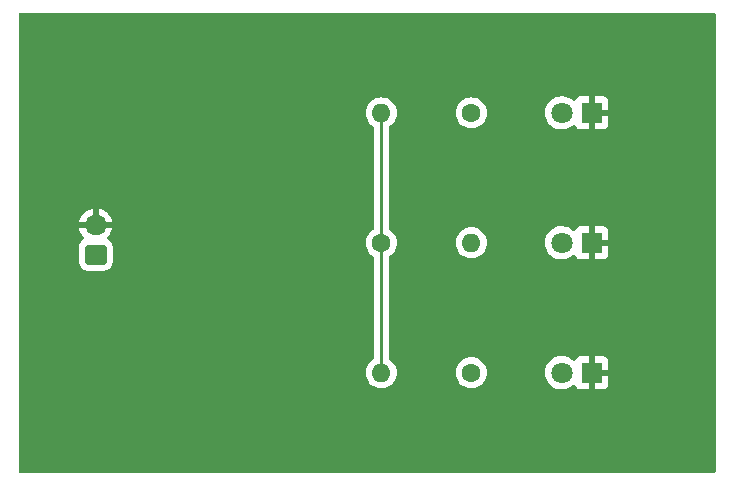
<source format=gbr>
%TF.GenerationSoftware,KiCad,Pcbnew,(6.0.7)*%
%TF.CreationDate,2022-08-16T13:57:52+09:00*%
%TF.ProjectId,kicad_demo,6b696361-645f-4646-956d-6f2e6b696361,rev?*%
%TF.SameCoordinates,Original*%
%TF.FileFunction,Copper,L2,Bot*%
%TF.FilePolarity,Positive*%
%FSLAX46Y46*%
G04 Gerber Fmt 4.6, Leading zero omitted, Abs format (unit mm)*
G04 Created by KiCad (PCBNEW (6.0.7)) date 2022-08-16 13:57:52*
%MOMM*%
%LPD*%
G01*
G04 APERTURE LIST*
G04 Aperture macros list*
%AMRoundRect*
0 Rectangle with rounded corners*
0 $1 Rounding radius*
0 $2 $3 $4 $5 $6 $7 $8 $9 X,Y pos of 4 corners*
0 Add a 4 corners polygon primitive as box body*
4,1,4,$2,$3,$4,$5,$6,$7,$8,$9,$2,$3,0*
0 Add four circle primitives for the rounded corners*
1,1,$1+$1,$2,$3*
1,1,$1+$1,$4,$5*
1,1,$1+$1,$6,$7*
1,1,$1+$1,$8,$9*
0 Add four rect primitives between the rounded corners*
20,1,$1+$1,$2,$3,$4,$5,0*
20,1,$1+$1,$4,$5,$6,$7,0*
20,1,$1+$1,$6,$7,$8,$9,0*
20,1,$1+$1,$8,$9,$2,$3,0*%
G04 Aperture macros list end*
%TA.AperFunction,ComponentPad*%
%ADD10C,1.600000*%
%TD*%
%TA.AperFunction,ComponentPad*%
%ADD11O,1.600000X1.600000*%
%TD*%
%TA.AperFunction,ComponentPad*%
%ADD12RoundRect,0.250000X0.675000X-0.600000X0.675000X0.600000X-0.675000X0.600000X-0.675000X-0.600000X0*%
%TD*%
%TA.AperFunction,ComponentPad*%
%ADD13O,1.850000X1.700000*%
%TD*%
%TA.AperFunction,ComponentPad*%
%ADD14R,1.800000X1.800000*%
%TD*%
%TA.AperFunction,ComponentPad*%
%ADD15C,1.800000*%
%TD*%
%TA.AperFunction,Conductor*%
%ADD16C,0.250000*%
%TD*%
G04 APERTURE END LIST*
D10*
%TO.P,R3,1*%
%TO.N,Net-(D3-Pad2)*%
X178810000Y-47000000D03*
D11*
%TO.P,R3,2*%
%TO.N,+5V*%
X171190000Y-47000000D03*
%TD*%
D10*
%TO.P,R2,1*%
%TO.N,Net-(D2-Pad2)*%
X178810000Y-69000000D03*
D11*
%TO.P,R2,2*%
%TO.N,+5V*%
X171190000Y-69000000D03*
%TD*%
D10*
%TO.P,R1,1*%
%TO.N,+5V*%
X171190000Y-58000000D03*
D11*
%TO.P,R1,2*%
%TO.N,Net-(D1-Pad2)*%
X178810000Y-58000000D03*
%TD*%
D12*
%TO.P,J1,1,Pin_1*%
%TO.N,+5V*%
X147000000Y-59000000D03*
D13*
%TO.P,J1,2,Pin_2*%
%TO.N,GND*%
X147000000Y-56500000D03*
%TD*%
D14*
%TO.P,D3,1,K*%
%TO.N,GND*%
X189000000Y-47000000D03*
D15*
%TO.P,D3,2,A*%
%TO.N,Net-(D3-Pad2)*%
X186460000Y-47000000D03*
%TD*%
D14*
%TO.P,D2,1,K*%
%TO.N,GND*%
X189000000Y-69000000D03*
D15*
%TO.P,D2,2,A*%
%TO.N,Net-(D2-Pad2)*%
X186460000Y-69000000D03*
%TD*%
D14*
%TO.P,D1,1,K*%
%TO.N,GND*%
X189000000Y-58000000D03*
D15*
%TO.P,D1,2,A*%
%TO.N,Net-(D1-Pad2)*%
X186460000Y-58000000D03*
%TD*%
D16*
%TO.N,+5V*%
X171190000Y-58000000D02*
X171190000Y-69000000D01*
X171190000Y-47000000D02*
X171190000Y-58000000D01*
%TD*%
%TA.AperFunction,Conductor*%
%TO.N,GND*%
G36*
X199433621Y-38528502D02*
G01*
X199480114Y-38582158D01*
X199491500Y-38634500D01*
X199491500Y-77365500D01*
X199471498Y-77433621D01*
X199417842Y-77480114D01*
X199365500Y-77491500D01*
X140634500Y-77491500D01*
X140566379Y-77471498D01*
X140519886Y-77417842D01*
X140508500Y-77365500D01*
X140508500Y-69000000D01*
X169876502Y-69000000D01*
X169896457Y-69228087D01*
X169897881Y-69233400D01*
X169897881Y-69233402D01*
X169949871Y-69427428D01*
X169955716Y-69449243D01*
X169958039Y-69454224D01*
X169958039Y-69454225D01*
X170050151Y-69651762D01*
X170050154Y-69651767D01*
X170052477Y-69656749D01*
X170055634Y-69661257D01*
X170174012Y-69830318D01*
X170183802Y-69844300D01*
X170345700Y-70006198D01*
X170350208Y-70009355D01*
X170350211Y-70009357D01*
X170350821Y-70009784D01*
X170533251Y-70137523D01*
X170538233Y-70139846D01*
X170538238Y-70139849D01*
X170697238Y-70213991D01*
X170740757Y-70234284D01*
X170746065Y-70235706D01*
X170746067Y-70235707D01*
X170956598Y-70292119D01*
X170956600Y-70292119D01*
X170961913Y-70293543D01*
X171190000Y-70313498D01*
X171418087Y-70293543D01*
X171423400Y-70292119D01*
X171423402Y-70292119D01*
X171633933Y-70235707D01*
X171633935Y-70235706D01*
X171639243Y-70234284D01*
X171682762Y-70213991D01*
X171841762Y-70139849D01*
X171841767Y-70139846D01*
X171846749Y-70137523D01*
X172029179Y-70009784D01*
X172029789Y-70009357D01*
X172029792Y-70009355D01*
X172034300Y-70006198D01*
X172196198Y-69844300D01*
X172205989Y-69830318D01*
X172324366Y-69661257D01*
X172327523Y-69656749D01*
X172329846Y-69651767D01*
X172329849Y-69651762D01*
X172421961Y-69454225D01*
X172421961Y-69454224D01*
X172424284Y-69449243D01*
X172430130Y-69427428D01*
X172482119Y-69233402D01*
X172482119Y-69233400D01*
X172483543Y-69228087D01*
X172503498Y-69000000D01*
X177496502Y-69000000D01*
X177516457Y-69228087D01*
X177517881Y-69233400D01*
X177517881Y-69233402D01*
X177569871Y-69427428D01*
X177575716Y-69449243D01*
X177578039Y-69454224D01*
X177578039Y-69454225D01*
X177670151Y-69651762D01*
X177670154Y-69651767D01*
X177672477Y-69656749D01*
X177675634Y-69661257D01*
X177794012Y-69830318D01*
X177803802Y-69844300D01*
X177965700Y-70006198D01*
X177970208Y-70009355D01*
X177970211Y-70009357D01*
X177970821Y-70009784D01*
X178153251Y-70137523D01*
X178158233Y-70139846D01*
X178158238Y-70139849D01*
X178317238Y-70213991D01*
X178360757Y-70234284D01*
X178366065Y-70235706D01*
X178366067Y-70235707D01*
X178576598Y-70292119D01*
X178576600Y-70292119D01*
X178581913Y-70293543D01*
X178810000Y-70313498D01*
X179038087Y-70293543D01*
X179043400Y-70292119D01*
X179043402Y-70292119D01*
X179253933Y-70235707D01*
X179253935Y-70235706D01*
X179259243Y-70234284D01*
X179302762Y-70213991D01*
X179461762Y-70139849D01*
X179461767Y-70139846D01*
X179466749Y-70137523D01*
X179649179Y-70009784D01*
X179649789Y-70009357D01*
X179649792Y-70009355D01*
X179654300Y-70006198D01*
X179816198Y-69844300D01*
X179825989Y-69830318D01*
X179944366Y-69661257D01*
X179947523Y-69656749D01*
X179949846Y-69651767D01*
X179949849Y-69651762D01*
X180041961Y-69454225D01*
X180041961Y-69454224D01*
X180044284Y-69449243D01*
X180050130Y-69427428D01*
X180102119Y-69233402D01*
X180102119Y-69233400D01*
X180103543Y-69228087D01*
X180123498Y-69000000D01*
X180120477Y-68965469D01*
X185047095Y-68965469D01*
X185047392Y-68970622D01*
X185047392Y-68970625D01*
X185053067Y-69069041D01*
X185060427Y-69196697D01*
X185061564Y-69201743D01*
X185061565Y-69201749D01*
X185076394Y-69267548D01*
X185111346Y-69422642D01*
X185113288Y-69427424D01*
X185113289Y-69427428D01*
X185196540Y-69632450D01*
X185198484Y-69637237D01*
X185319501Y-69834719D01*
X185471147Y-70009784D01*
X185649349Y-70157730D01*
X185849322Y-70274584D01*
X186065694Y-70357209D01*
X186070760Y-70358240D01*
X186070761Y-70358240D01*
X186123846Y-70369040D01*
X186292656Y-70403385D01*
X186423324Y-70408176D01*
X186518949Y-70411683D01*
X186518953Y-70411683D01*
X186524113Y-70411872D01*
X186529233Y-70411216D01*
X186529235Y-70411216D01*
X186628668Y-70398478D01*
X186753847Y-70382442D01*
X186758795Y-70380957D01*
X186758802Y-70380956D01*
X186970747Y-70317369D01*
X186975690Y-70315886D01*
X186980565Y-70313498D01*
X187179049Y-70216262D01*
X187179052Y-70216260D01*
X187183684Y-70213991D01*
X187372243Y-70079494D01*
X187375898Y-70075852D01*
X187375906Y-70075845D01*
X187417697Y-70034199D01*
X187480068Y-70000282D01*
X187550875Y-70005470D01*
X187607637Y-70048116D01*
X187624619Y-70079218D01*
X187646677Y-70138056D01*
X187655214Y-70153649D01*
X187731715Y-70255724D01*
X187744276Y-70268285D01*
X187846351Y-70344786D01*
X187861946Y-70353324D01*
X187982394Y-70398478D01*
X187997649Y-70402105D01*
X188048514Y-70407631D01*
X188055328Y-70408000D01*
X188727885Y-70408000D01*
X188743124Y-70403525D01*
X188744329Y-70402135D01*
X188746000Y-70394452D01*
X188746000Y-70389884D01*
X189254000Y-70389884D01*
X189258475Y-70405123D01*
X189259865Y-70406328D01*
X189267548Y-70407999D01*
X189944669Y-70407999D01*
X189951490Y-70407629D01*
X190002352Y-70402105D01*
X190017604Y-70398479D01*
X190138054Y-70353324D01*
X190153649Y-70344786D01*
X190255724Y-70268285D01*
X190268285Y-70255724D01*
X190344786Y-70153649D01*
X190353324Y-70138054D01*
X190398478Y-70017606D01*
X190402105Y-70002351D01*
X190407631Y-69951486D01*
X190408000Y-69944672D01*
X190408000Y-69272115D01*
X190403525Y-69256876D01*
X190402135Y-69255671D01*
X190394452Y-69254000D01*
X189272115Y-69254000D01*
X189256876Y-69258475D01*
X189255671Y-69259865D01*
X189254000Y-69267548D01*
X189254000Y-70389884D01*
X188746000Y-70389884D01*
X188746000Y-68727885D01*
X189254000Y-68727885D01*
X189258475Y-68743124D01*
X189259865Y-68744329D01*
X189267548Y-68746000D01*
X190389884Y-68746000D01*
X190405123Y-68741525D01*
X190406328Y-68740135D01*
X190407999Y-68732452D01*
X190407999Y-68055331D01*
X190407629Y-68048510D01*
X190402105Y-67997648D01*
X190398479Y-67982396D01*
X190353324Y-67861946D01*
X190344786Y-67846351D01*
X190268285Y-67744276D01*
X190255724Y-67731715D01*
X190153649Y-67655214D01*
X190138054Y-67646676D01*
X190017606Y-67601522D01*
X190002351Y-67597895D01*
X189951486Y-67592369D01*
X189944672Y-67592000D01*
X189272115Y-67592000D01*
X189256876Y-67596475D01*
X189255671Y-67597865D01*
X189254000Y-67605548D01*
X189254000Y-68727885D01*
X188746000Y-68727885D01*
X188746000Y-67610116D01*
X188741525Y-67594877D01*
X188740135Y-67593672D01*
X188732452Y-67592001D01*
X188055331Y-67592001D01*
X188048510Y-67592371D01*
X187997648Y-67597895D01*
X187982396Y-67601521D01*
X187861946Y-67646676D01*
X187846351Y-67655214D01*
X187744276Y-67731715D01*
X187731715Y-67744276D01*
X187655214Y-67846351D01*
X187646675Y-67861948D01*
X187625934Y-67917275D01*
X187583293Y-67974040D01*
X187516731Y-67998740D01*
X187447383Y-67983533D01*
X187424388Y-67966909D01*
X187423887Y-67966358D01*
X187361737Y-67917275D01*
X187246177Y-67826011D01*
X187246172Y-67826008D01*
X187242123Y-67822810D01*
X187237607Y-67820317D01*
X187237604Y-67820315D01*
X187043879Y-67713373D01*
X187043875Y-67713371D01*
X187039355Y-67710876D01*
X187034486Y-67709152D01*
X187034482Y-67709150D01*
X186825903Y-67635288D01*
X186825899Y-67635287D01*
X186821028Y-67633562D01*
X186815935Y-67632655D01*
X186815932Y-67632654D01*
X186598095Y-67593851D01*
X186598089Y-67593850D01*
X186593006Y-67592945D01*
X186515644Y-67592000D01*
X186366581Y-67590179D01*
X186366579Y-67590179D01*
X186361411Y-67590116D01*
X186132464Y-67625150D01*
X185912314Y-67697106D01*
X185907726Y-67699494D01*
X185907722Y-67699496D01*
X185751911Y-67780606D01*
X185706872Y-67804052D01*
X185702739Y-67807155D01*
X185702736Y-67807157D01*
X185600632Y-67883819D01*
X185521655Y-67943117D01*
X185361639Y-68110564D01*
X185231119Y-68301899D01*
X185133602Y-68511981D01*
X185071707Y-68735169D01*
X185047095Y-68965469D01*
X180120477Y-68965469D01*
X180103543Y-68771913D01*
X180095028Y-68740135D01*
X180045707Y-68556067D01*
X180045706Y-68556065D01*
X180044284Y-68550757D01*
X180024020Y-68507301D01*
X179949849Y-68348238D01*
X179949846Y-68348233D01*
X179947523Y-68343251D01*
X179816198Y-68155700D01*
X179654300Y-67993802D01*
X179649792Y-67990645D01*
X179649789Y-67990643D01*
X179497228Y-67883819D01*
X179466749Y-67862477D01*
X179461767Y-67860154D01*
X179461762Y-67860151D01*
X179264225Y-67768039D01*
X179264224Y-67768039D01*
X179259243Y-67765716D01*
X179253935Y-67764294D01*
X179253933Y-67764293D01*
X179043402Y-67707881D01*
X179043400Y-67707881D01*
X179038087Y-67706457D01*
X178810000Y-67686502D01*
X178581913Y-67706457D01*
X178576600Y-67707881D01*
X178576598Y-67707881D01*
X178366067Y-67764293D01*
X178366065Y-67764294D01*
X178360757Y-67765716D01*
X178355776Y-67768039D01*
X178355775Y-67768039D01*
X178158238Y-67860151D01*
X178158233Y-67860154D01*
X178153251Y-67862477D01*
X178122772Y-67883819D01*
X177970211Y-67990643D01*
X177970208Y-67990645D01*
X177965700Y-67993802D01*
X177803802Y-68155700D01*
X177672477Y-68343251D01*
X177670154Y-68348233D01*
X177670151Y-68348238D01*
X177595980Y-68507301D01*
X177575716Y-68550757D01*
X177574294Y-68556065D01*
X177574293Y-68556067D01*
X177524972Y-68740135D01*
X177516457Y-68771913D01*
X177496502Y-69000000D01*
X172503498Y-69000000D01*
X172483543Y-68771913D01*
X172475028Y-68740135D01*
X172425707Y-68556067D01*
X172425706Y-68556065D01*
X172424284Y-68550757D01*
X172404020Y-68507301D01*
X172329849Y-68348238D01*
X172329846Y-68348233D01*
X172327523Y-68343251D01*
X172196198Y-68155700D01*
X172034300Y-67993802D01*
X172029792Y-67990645D01*
X172029789Y-67990643D01*
X171877229Y-67883819D01*
X171832901Y-67828362D01*
X171823500Y-67780606D01*
X171823500Y-59219394D01*
X171843502Y-59151273D01*
X171877229Y-59116181D01*
X172029789Y-59009357D01*
X172029792Y-59009355D01*
X172034300Y-59006198D01*
X172196198Y-58844300D01*
X172205989Y-58830318D01*
X172324366Y-58661257D01*
X172327523Y-58656749D01*
X172329846Y-58651767D01*
X172329849Y-58651762D01*
X172421961Y-58454225D01*
X172421961Y-58454224D01*
X172424284Y-58449243D01*
X172430130Y-58427428D01*
X172482119Y-58233402D01*
X172482119Y-58233400D01*
X172483543Y-58228087D01*
X172503498Y-58000000D01*
X177496502Y-58000000D01*
X177516457Y-58228087D01*
X177517881Y-58233400D01*
X177517881Y-58233402D01*
X177569871Y-58427428D01*
X177575716Y-58449243D01*
X177578039Y-58454224D01*
X177578039Y-58454225D01*
X177670151Y-58651762D01*
X177670154Y-58651767D01*
X177672477Y-58656749D01*
X177675634Y-58661257D01*
X177794012Y-58830318D01*
X177803802Y-58844300D01*
X177965700Y-59006198D01*
X177970208Y-59009355D01*
X177970211Y-59009357D01*
X177970821Y-59009784D01*
X178153251Y-59137523D01*
X178158233Y-59139846D01*
X178158238Y-59139849D01*
X178317238Y-59213991D01*
X178360757Y-59234284D01*
X178366065Y-59235706D01*
X178366067Y-59235707D01*
X178576598Y-59292119D01*
X178576600Y-59292119D01*
X178581913Y-59293543D01*
X178810000Y-59313498D01*
X179038087Y-59293543D01*
X179043400Y-59292119D01*
X179043402Y-59292119D01*
X179253933Y-59235707D01*
X179253935Y-59235706D01*
X179259243Y-59234284D01*
X179302762Y-59213991D01*
X179461762Y-59139849D01*
X179461767Y-59139846D01*
X179466749Y-59137523D01*
X179649179Y-59009784D01*
X179649789Y-59009357D01*
X179649792Y-59009355D01*
X179654300Y-59006198D01*
X179816198Y-58844300D01*
X179825989Y-58830318D01*
X179944366Y-58661257D01*
X179947523Y-58656749D01*
X179949846Y-58651767D01*
X179949849Y-58651762D01*
X180041961Y-58454225D01*
X180041961Y-58454224D01*
X180044284Y-58449243D01*
X180050130Y-58427428D01*
X180102119Y-58233402D01*
X180102119Y-58233400D01*
X180103543Y-58228087D01*
X180123498Y-58000000D01*
X180120477Y-57965469D01*
X185047095Y-57965469D01*
X185047392Y-57970622D01*
X185047392Y-57970625D01*
X185053941Y-58084209D01*
X185060427Y-58196697D01*
X185061564Y-58201743D01*
X185061565Y-58201749D01*
X185076394Y-58267548D01*
X185111346Y-58422642D01*
X185113288Y-58427424D01*
X185113289Y-58427428D01*
X185196540Y-58632450D01*
X185198484Y-58637237D01*
X185319501Y-58834719D01*
X185471147Y-59009784D01*
X185649349Y-59157730D01*
X185849322Y-59274584D01*
X186065694Y-59357209D01*
X186070760Y-59358240D01*
X186070761Y-59358240D01*
X186123846Y-59369040D01*
X186292656Y-59403385D01*
X186423324Y-59408176D01*
X186518949Y-59411683D01*
X186518953Y-59411683D01*
X186524113Y-59411872D01*
X186529233Y-59411216D01*
X186529235Y-59411216D01*
X186628668Y-59398478D01*
X186753847Y-59382442D01*
X186758795Y-59380957D01*
X186758802Y-59380956D01*
X186970747Y-59317369D01*
X186975690Y-59315886D01*
X186980565Y-59313498D01*
X187179049Y-59216262D01*
X187179052Y-59216260D01*
X187183684Y-59213991D01*
X187372243Y-59079494D01*
X187375898Y-59075852D01*
X187375906Y-59075845D01*
X187417697Y-59034199D01*
X187480068Y-59000282D01*
X187550875Y-59005470D01*
X187607637Y-59048116D01*
X187624619Y-59079218D01*
X187646677Y-59138056D01*
X187655214Y-59153649D01*
X187731715Y-59255724D01*
X187744276Y-59268285D01*
X187846351Y-59344786D01*
X187861946Y-59353324D01*
X187982394Y-59398478D01*
X187997649Y-59402105D01*
X188048514Y-59407631D01*
X188055328Y-59408000D01*
X188727885Y-59408000D01*
X188743124Y-59403525D01*
X188744329Y-59402135D01*
X188746000Y-59394452D01*
X188746000Y-59389884D01*
X189254000Y-59389884D01*
X189258475Y-59405123D01*
X189259865Y-59406328D01*
X189267548Y-59407999D01*
X189944669Y-59407999D01*
X189951490Y-59407629D01*
X190002352Y-59402105D01*
X190017604Y-59398479D01*
X190138054Y-59353324D01*
X190153649Y-59344786D01*
X190255724Y-59268285D01*
X190268285Y-59255724D01*
X190344786Y-59153649D01*
X190353324Y-59138054D01*
X190398478Y-59017606D01*
X190402105Y-59002351D01*
X190407631Y-58951486D01*
X190408000Y-58944672D01*
X190408000Y-58272115D01*
X190403525Y-58256876D01*
X190402135Y-58255671D01*
X190394452Y-58254000D01*
X189272115Y-58254000D01*
X189256876Y-58258475D01*
X189255671Y-58259865D01*
X189254000Y-58267548D01*
X189254000Y-59389884D01*
X188746000Y-59389884D01*
X188746000Y-57727885D01*
X189254000Y-57727885D01*
X189258475Y-57743124D01*
X189259865Y-57744329D01*
X189267548Y-57746000D01*
X190389884Y-57746000D01*
X190405123Y-57741525D01*
X190406328Y-57740135D01*
X190407999Y-57732452D01*
X190407999Y-57055331D01*
X190407629Y-57048510D01*
X190402105Y-56997648D01*
X190398479Y-56982396D01*
X190353324Y-56861946D01*
X190344786Y-56846351D01*
X190268285Y-56744276D01*
X190255724Y-56731715D01*
X190153649Y-56655214D01*
X190138054Y-56646676D01*
X190017606Y-56601522D01*
X190002351Y-56597895D01*
X189951486Y-56592369D01*
X189944672Y-56592000D01*
X189272115Y-56592000D01*
X189256876Y-56596475D01*
X189255671Y-56597865D01*
X189254000Y-56605548D01*
X189254000Y-57727885D01*
X188746000Y-57727885D01*
X188746000Y-56610116D01*
X188741525Y-56594877D01*
X188740135Y-56593672D01*
X188732452Y-56592001D01*
X188055331Y-56592001D01*
X188048510Y-56592371D01*
X187997648Y-56597895D01*
X187982396Y-56601521D01*
X187861946Y-56646676D01*
X187846351Y-56655214D01*
X187744276Y-56731715D01*
X187731715Y-56744276D01*
X187655214Y-56846351D01*
X187646675Y-56861948D01*
X187625934Y-56917275D01*
X187583293Y-56974040D01*
X187516731Y-56998740D01*
X187447383Y-56983533D01*
X187424388Y-56966909D01*
X187423887Y-56966358D01*
X187361737Y-56917275D01*
X187246177Y-56826011D01*
X187246172Y-56826008D01*
X187242123Y-56822810D01*
X187237607Y-56820317D01*
X187237604Y-56820315D01*
X187043879Y-56713373D01*
X187043875Y-56713371D01*
X187039355Y-56710876D01*
X187034486Y-56709152D01*
X187034482Y-56709150D01*
X186825903Y-56635288D01*
X186825899Y-56635287D01*
X186821028Y-56633562D01*
X186815935Y-56632655D01*
X186815932Y-56632654D01*
X186598095Y-56593851D01*
X186598089Y-56593850D01*
X186593006Y-56592945D01*
X186515644Y-56592000D01*
X186366581Y-56590179D01*
X186366579Y-56590179D01*
X186361411Y-56590116D01*
X186132464Y-56625150D01*
X185912314Y-56697106D01*
X185907726Y-56699494D01*
X185907722Y-56699496D01*
X185775013Y-56768580D01*
X185706872Y-56804052D01*
X185702739Y-56807155D01*
X185702736Y-56807157D01*
X185583587Y-56896617D01*
X185521655Y-56943117D01*
X185361639Y-57110564D01*
X185231119Y-57301899D01*
X185133602Y-57511981D01*
X185071707Y-57735169D01*
X185047095Y-57965469D01*
X180120477Y-57965469D01*
X180103543Y-57771913D01*
X180095028Y-57740135D01*
X180045707Y-57556067D01*
X180045706Y-57556065D01*
X180044284Y-57550757D01*
X180008050Y-57473052D01*
X179949849Y-57348238D01*
X179949846Y-57348233D01*
X179947523Y-57343251D01*
X179874098Y-57238389D01*
X179819357Y-57160211D01*
X179819355Y-57160208D01*
X179816198Y-57155700D01*
X179654300Y-56993802D01*
X179649792Y-56990645D01*
X179649789Y-56990643D01*
X179545008Y-56917275D01*
X179466749Y-56862477D01*
X179461767Y-56860154D01*
X179461762Y-56860151D01*
X179264225Y-56768039D01*
X179264224Y-56768039D01*
X179259243Y-56765716D01*
X179253935Y-56764294D01*
X179253933Y-56764293D01*
X179043402Y-56707881D01*
X179043400Y-56707881D01*
X179038087Y-56706457D01*
X178810000Y-56686502D01*
X178581913Y-56706457D01*
X178576600Y-56707881D01*
X178576598Y-56707881D01*
X178366067Y-56764293D01*
X178366065Y-56764294D01*
X178360757Y-56765716D01*
X178355776Y-56768039D01*
X178355775Y-56768039D01*
X178158238Y-56860151D01*
X178158233Y-56860154D01*
X178153251Y-56862477D01*
X178074992Y-56917275D01*
X177970211Y-56990643D01*
X177970208Y-56990645D01*
X177965700Y-56993802D01*
X177803802Y-57155700D01*
X177800645Y-57160208D01*
X177800643Y-57160211D01*
X177745902Y-57238389D01*
X177672477Y-57343251D01*
X177670154Y-57348233D01*
X177670151Y-57348238D01*
X177611950Y-57473052D01*
X177575716Y-57550757D01*
X177574294Y-57556065D01*
X177574293Y-57556067D01*
X177524972Y-57740135D01*
X177516457Y-57771913D01*
X177496502Y-58000000D01*
X172503498Y-58000000D01*
X172483543Y-57771913D01*
X172475028Y-57740135D01*
X172425707Y-57556067D01*
X172425706Y-57556065D01*
X172424284Y-57550757D01*
X172388050Y-57473052D01*
X172329849Y-57348238D01*
X172329846Y-57348233D01*
X172327523Y-57343251D01*
X172254098Y-57238389D01*
X172199357Y-57160211D01*
X172199355Y-57160208D01*
X172196198Y-57155700D01*
X172034300Y-56993802D01*
X172029792Y-56990645D01*
X172029789Y-56990643D01*
X171877229Y-56883819D01*
X171832901Y-56828362D01*
X171823500Y-56780606D01*
X171823500Y-48219394D01*
X171843502Y-48151273D01*
X171877229Y-48116181D01*
X172029789Y-48009357D01*
X172029792Y-48009355D01*
X172034300Y-48006198D01*
X172196198Y-47844300D01*
X172205989Y-47830318D01*
X172324366Y-47661257D01*
X172327523Y-47656749D01*
X172329846Y-47651767D01*
X172329849Y-47651762D01*
X172421961Y-47454225D01*
X172421961Y-47454224D01*
X172424284Y-47449243D01*
X172430130Y-47427428D01*
X172482119Y-47233402D01*
X172482119Y-47233400D01*
X172483543Y-47228087D01*
X172503498Y-47000000D01*
X177496502Y-47000000D01*
X177516457Y-47228087D01*
X177517881Y-47233400D01*
X177517881Y-47233402D01*
X177569871Y-47427428D01*
X177575716Y-47449243D01*
X177578039Y-47454224D01*
X177578039Y-47454225D01*
X177670151Y-47651762D01*
X177670154Y-47651767D01*
X177672477Y-47656749D01*
X177675634Y-47661257D01*
X177794012Y-47830318D01*
X177803802Y-47844300D01*
X177965700Y-48006198D01*
X177970208Y-48009355D01*
X177970211Y-48009357D01*
X177970821Y-48009784D01*
X178153251Y-48137523D01*
X178158233Y-48139846D01*
X178158238Y-48139849D01*
X178317238Y-48213991D01*
X178360757Y-48234284D01*
X178366065Y-48235706D01*
X178366067Y-48235707D01*
X178576598Y-48292119D01*
X178576600Y-48292119D01*
X178581913Y-48293543D01*
X178810000Y-48313498D01*
X179038087Y-48293543D01*
X179043400Y-48292119D01*
X179043402Y-48292119D01*
X179253933Y-48235707D01*
X179253935Y-48235706D01*
X179259243Y-48234284D01*
X179302762Y-48213991D01*
X179461762Y-48139849D01*
X179461767Y-48139846D01*
X179466749Y-48137523D01*
X179649179Y-48009784D01*
X179649789Y-48009357D01*
X179649792Y-48009355D01*
X179654300Y-48006198D01*
X179816198Y-47844300D01*
X179825989Y-47830318D01*
X179944366Y-47661257D01*
X179947523Y-47656749D01*
X179949846Y-47651767D01*
X179949849Y-47651762D01*
X180041961Y-47454225D01*
X180041961Y-47454224D01*
X180044284Y-47449243D01*
X180050130Y-47427428D01*
X180102119Y-47233402D01*
X180102119Y-47233400D01*
X180103543Y-47228087D01*
X180123498Y-47000000D01*
X180120477Y-46965469D01*
X185047095Y-46965469D01*
X185047392Y-46970622D01*
X185047392Y-46970625D01*
X185053067Y-47069041D01*
X185060427Y-47196697D01*
X185061564Y-47201743D01*
X185061565Y-47201749D01*
X185076394Y-47267548D01*
X185111346Y-47422642D01*
X185113288Y-47427424D01*
X185113289Y-47427428D01*
X185196540Y-47632450D01*
X185198484Y-47637237D01*
X185319501Y-47834719D01*
X185471147Y-48009784D01*
X185649349Y-48157730D01*
X185849322Y-48274584D01*
X186065694Y-48357209D01*
X186070760Y-48358240D01*
X186070761Y-48358240D01*
X186123846Y-48369040D01*
X186292656Y-48403385D01*
X186423324Y-48408176D01*
X186518949Y-48411683D01*
X186518953Y-48411683D01*
X186524113Y-48411872D01*
X186529233Y-48411216D01*
X186529235Y-48411216D01*
X186628668Y-48398478D01*
X186753847Y-48382442D01*
X186758795Y-48380957D01*
X186758802Y-48380956D01*
X186970747Y-48317369D01*
X186975690Y-48315886D01*
X186980565Y-48313498D01*
X187179049Y-48216262D01*
X187179052Y-48216260D01*
X187183684Y-48213991D01*
X187372243Y-48079494D01*
X187375898Y-48075852D01*
X187375906Y-48075845D01*
X187417697Y-48034199D01*
X187480068Y-48000282D01*
X187550875Y-48005470D01*
X187607637Y-48048116D01*
X187624619Y-48079218D01*
X187646677Y-48138056D01*
X187655214Y-48153649D01*
X187731715Y-48255724D01*
X187744276Y-48268285D01*
X187846351Y-48344786D01*
X187861946Y-48353324D01*
X187982394Y-48398478D01*
X187997649Y-48402105D01*
X188048514Y-48407631D01*
X188055328Y-48408000D01*
X188727885Y-48408000D01*
X188743124Y-48403525D01*
X188744329Y-48402135D01*
X188746000Y-48394452D01*
X188746000Y-48389884D01*
X189254000Y-48389884D01*
X189258475Y-48405123D01*
X189259865Y-48406328D01*
X189267548Y-48407999D01*
X189944669Y-48407999D01*
X189951490Y-48407629D01*
X190002352Y-48402105D01*
X190017604Y-48398479D01*
X190138054Y-48353324D01*
X190153649Y-48344786D01*
X190255724Y-48268285D01*
X190268285Y-48255724D01*
X190344786Y-48153649D01*
X190353324Y-48138054D01*
X190398478Y-48017606D01*
X190402105Y-48002351D01*
X190407631Y-47951486D01*
X190408000Y-47944672D01*
X190408000Y-47272115D01*
X190403525Y-47256876D01*
X190402135Y-47255671D01*
X190394452Y-47254000D01*
X189272115Y-47254000D01*
X189256876Y-47258475D01*
X189255671Y-47259865D01*
X189254000Y-47267548D01*
X189254000Y-48389884D01*
X188746000Y-48389884D01*
X188746000Y-46727885D01*
X189254000Y-46727885D01*
X189258475Y-46743124D01*
X189259865Y-46744329D01*
X189267548Y-46746000D01*
X190389884Y-46746000D01*
X190405123Y-46741525D01*
X190406328Y-46740135D01*
X190407999Y-46732452D01*
X190407999Y-46055331D01*
X190407629Y-46048510D01*
X190402105Y-45997648D01*
X190398479Y-45982396D01*
X190353324Y-45861946D01*
X190344786Y-45846351D01*
X190268285Y-45744276D01*
X190255724Y-45731715D01*
X190153649Y-45655214D01*
X190138054Y-45646676D01*
X190017606Y-45601522D01*
X190002351Y-45597895D01*
X189951486Y-45592369D01*
X189944672Y-45592000D01*
X189272115Y-45592000D01*
X189256876Y-45596475D01*
X189255671Y-45597865D01*
X189254000Y-45605548D01*
X189254000Y-46727885D01*
X188746000Y-46727885D01*
X188746000Y-45610116D01*
X188741525Y-45594877D01*
X188740135Y-45593672D01*
X188732452Y-45592001D01*
X188055331Y-45592001D01*
X188048510Y-45592371D01*
X187997648Y-45597895D01*
X187982396Y-45601521D01*
X187861946Y-45646676D01*
X187846351Y-45655214D01*
X187744276Y-45731715D01*
X187731715Y-45744276D01*
X187655214Y-45846351D01*
X187646675Y-45861948D01*
X187625934Y-45917275D01*
X187583293Y-45974040D01*
X187516731Y-45998740D01*
X187447383Y-45983533D01*
X187424388Y-45966909D01*
X187423887Y-45966358D01*
X187296348Y-45865634D01*
X187246177Y-45826011D01*
X187246172Y-45826008D01*
X187242123Y-45822810D01*
X187237607Y-45820317D01*
X187237604Y-45820315D01*
X187043879Y-45713373D01*
X187043875Y-45713371D01*
X187039355Y-45710876D01*
X187034486Y-45709152D01*
X187034482Y-45709150D01*
X186825903Y-45635288D01*
X186825899Y-45635287D01*
X186821028Y-45633562D01*
X186815935Y-45632655D01*
X186815932Y-45632654D01*
X186598095Y-45593851D01*
X186598089Y-45593850D01*
X186593006Y-45592945D01*
X186515644Y-45592000D01*
X186366581Y-45590179D01*
X186366579Y-45590179D01*
X186361411Y-45590116D01*
X186132464Y-45625150D01*
X185912314Y-45697106D01*
X185907726Y-45699494D01*
X185907722Y-45699496D01*
X185711461Y-45801663D01*
X185706872Y-45804052D01*
X185702739Y-45807155D01*
X185702736Y-45807157D01*
X185556073Y-45917275D01*
X185521655Y-45943117D01*
X185361639Y-46110564D01*
X185231119Y-46301899D01*
X185133602Y-46511981D01*
X185071707Y-46735169D01*
X185047095Y-46965469D01*
X180120477Y-46965469D01*
X180103543Y-46771913D01*
X180095028Y-46740135D01*
X180045707Y-46556067D01*
X180045706Y-46556065D01*
X180044284Y-46550757D01*
X180024020Y-46507301D01*
X179949849Y-46348238D01*
X179949846Y-46348233D01*
X179947523Y-46343251D01*
X179816198Y-46155700D01*
X179654300Y-45993802D01*
X179649792Y-45990645D01*
X179649789Y-45990643D01*
X179545008Y-45917275D01*
X179466749Y-45862477D01*
X179461767Y-45860154D01*
X179461762Y-45860151D01*
X179264225Y-45768039D01*
X179264224Y-45768039D01*
X179259243Y-45765716D01*
X179253935Y-45764294D01*
X179253933Y-45764293D01*
X179043402Y-45707881D01*
X179043400Y-45707881D01*
X179038087Y-45706457D01*
X178810000Y-45686502D01*
X178581913Y-45706457D01*
X178576600Y-45707881D01*
X178576598Y-45707881D01*
X178366067Y-45764293D01*
X178366065Y-45764294D01*
X178360757Y-45765716D01*
X178355776Y-45768039D01*
X178355775Y-45768039D01*
X178158238Y-45860151D01*
X178158233Y-45860154D01*
X178153251Y-45862477D01*
X178074992Y-45917275D01*
X177970211Y-45990643D01*
X177970208Y-45990645D01*
X177965700Y-45993802D01*
X177803802Y-46155700D01*
X177672477Y-46343251D01*
X177670154Y-46348233D01*
X177670151Y-46348238D01*
X177595980Y-46507301D01*
X177575716Y-46550757D01*
X177574294Y-46556065D01*
X177574293Y-46556067D01*
X177524972Y-46740135D01*
X177516457Y-46771913D01*
X177496502Y-47000000D01*
X172503498Y-47000000D01*
X172483543Y-46771913D01*
X172475028Y-46740135D01*
X172425707Y-46556067D01*
X172425706Y-46556065D01*
X172424284Y-46550757D01*
X172404020Y-46507301D01*
X172329849Y-46348238D01*
X172329846Y-46348233D01*
X172327523Y-46343251D01*
X172196198Y-46155700D01*
X172034300Y-45993802D01*
X172029792Y-45990645D01*
X172029789Y-45990643D01*
X171925008Y-45917275D01*
X171846749Y-45862477D01*
X171841767Y-45860154D01*
X171841762Y-45860151D01*
X171644225Y-45768039D01*
X171644224Y-45768039D01*
X171639243Y-45765716D01*
X171633935Y-45764294D01*
X171633933Y-45764293D01*
X171423402Y-45707881D01*
X171423400Y-45707881D01*
X171418087Y-45706457D01*
X171190000Y-45686502D01*
X170961913Y-45706457D01*
X170956600Y-45707881D01*
X170956598Y-45707881D01*
X170746067Y-45764293D01*
X170746065Y-45764294D01*
X170740757Y-45765716D01*
X170735776Y-45768039D01*
X170735775Y-45768039D01*
X170538238Y-45860151D01*
X170538233Y-45860154D01*
X170533251Y-45862477D01*
X170454992Y-45917275D01*
X170350211Y-45990643D01*
X170350208Y-45990645D01*
X170345700Y-45993802D01*
X170183802Y-46155700D01*
X170052477Y-46343251D01*
X170050154Y-46348233D01*
X170050151Y-46348238D01*
X169975980Y-46507301D01*
X169955716Y-46550757D01*
X169954294Y-46556065D01*
X169954293Y-46556067D01*
X169904972Y-46740135D01*
X169896457Y-46771913D01*
X169876502Y-47000000D01*
X169896457Y-47228087D01*
X169897881Y-47233400D01*
X169897881Y-47233402D01*
X169949871Y-47427428D01*
X169955716Y-47449243D01*
X169958039Y-47454224D01*
X169958039Y-47454225D01*
X170050151Y-47651762D01*
X170050154Y-47651767D01*
X170052477Y-47656749D01*
X170055634Y-47661257D01*
X170174012Y-47830318D01*
X170183802Y-47844300D01*
X170345700Y-48006198D01*
X170350208Y-48009355D01*
X170350211Y-48009357D01*
X170502771Y-48116181D01*
X170547099Y-48171638D01*
X170556500Y-48219394D01*
X170556500Y-56780606D01*
X170536498Y-56848727D01*
X170502771Y-56883819D01*
X170350211Y-56990643D01*
X170350208Y-56990645D01*
X170345700Y-56993802D01*
X170183802Y-57155700D01*
X170180645Y-57160208D01*
X170180643Y-57160211D01*
X170125902Y-57238389D01*
X170052477Y-57343251D01*
X170050154Y-57348233D01*
X170050151Y-57348238D01*
X169991950Y-57473052D01*
X169955716Y-57550757D01*
X169954294Y-57556065D01*
X169954293Y-57556067D01*
X169904972Y-57740135D01*
X169896457Y-57771913D01*
X169876502Y-58000000D01*
X169896457Y-58228087D01*
X169897881Y-58233400D01*
X169897881Y-58233402D01*
X169949871Y-58427428D01*
X169955716Y-58449243D01*
X169958039Y-58454224D01*
X169958039Y-58454225D01*
X170050151Y-58651762D01*
X170050154Y-58651767D01*
X170052477Y-58656749D01*
X170055634Y-58661257D01*
X170174012Y-58830318D01*
X170183802Y-58844300D01*
X170345700Y-59006198D01*
X170350208Y-59009355D01*
X170350211Y-59009357D01*
X170502771Y-59116181D01*
X170547099Y-59171638D01*
X170556500Y-59219394D01*
X170556500Y-67780606D01*
X170536498Y-67848727D01*
X170502771Y-67883819D01*
X170350211Y-67990643D01*
X170350208Y-67990645D01*
X170345700Y-67993802D01*
X170183802Y-68155700D01*
X170052477Y-68343251D01*
X170050154Y-68348233D01*
X170050151Y-68348238D01*
X169975980Y-68507301D01*
X169955716Y-68550757D01*
X169954294Y-68556065D01*
X169954293Y-68556067D01*
X169904972Y-68740135D01*
X169896457Y-68771913D01*
X169876502Y-69000000D01*
X140508500Y-69000000D01*
X140508500Y-59650400D01*
X145566500Y-59650400D01*
X145577474Y-59756166D01*
X145633450Y-59923946D01*
X145726522Y-60074348D01*
X145851697Y-60199305D01*
X145857927Y-60203145D01*
X145857928Y-60203146D01*
X145995090Y-60287694D01*
X146002262Y-60292115D01*
X146082005Y-60318564D01*
X146163611Y-60345632D01*
X146163613Y-60345632D01*
X146170139Y-60347797D01*
X146176975Y-60348497D01*
X146176978Y-60348498D01*
X146220031Y-60352909D01*
X146274600Y-60358500D01*
X147725400Y-60358500D01*
X147728646Y-60358163D01*
X147728650Y-60358163D01*
X147824308Y-60348238D01*
X147824312Y-60348237D01*
X147831166Y-60347526D01*
X147837702Y-60345345D01*
X147837704Y-60345345D01*
X147969806Y-60301272D01*
X147998946Y-60291550D01*
X148149348Y-60198478D01*
X148274305Y-60073303D01*
X148367115Y-59922738D01*
X148422797Y-59754861D01*
X148433500Y-59650400D01*
X148433500Y-58349600D01*
X148428216Y-58298671D01*
X148423238Y-58250692D01*
X148423237Y-58250688D01*
X148422526Y-58243834D01*
X148417273Y-58228087D01*
X148368868Y-58083002D01*
X148366550Y-58076054D01*
X148273478Y-57925652D01*
X148148303Y-57800695D01*
X148002220Y-57710647D01*
X147954727Y-57657876D01*
X147943303Y-57587804D01*
X147971577Y-57522680D01*
X147981364Y-57512218D01*
X148091906Y-57406766D01*
X148098941Y-57398814D01*
X148230141Y-57222475D01*
X148235745Y-57213438D01*
X148335357Y-57017516D01*
X148339357Y-57007665D01*
X148404534Y-56797760D01*
X148406817Y-56787376D01*
X148408861Y-56771957D01*
X148406665Y-56757793D01*
X148393478Y-56754000D01*
X145608808Y-56754000D01*
X145595277Y-56757973D01*
X145593752Y-56768580D01*
X145618477Y-56886421D01*
X145621537Y-56896617D01*
X145702263Y-57101029D01*
X145706994Y-57110561D01*
X145821016Y-57298462D01*
X145827280Y-57307052D01*
X145971327Y-57473052D01*
X145978956Y-57480470D01*
X146010569Y-57506391D01*
X146050564Y-57565051D01*
X146052496Y-57636021D01*
X146015752Y-57696770D01*
X145996983Y-57710969D01*
X145850652Y-57801522D01*
X145725695Y-57926697D01*
X145721855Y-57932927D01*
X145721854Y-57932928D01*
X145637953Y-58069041D01*
X145632885Y-58077262D01*
X145630581Y-58084209D01*
X145594985Y-58191529D01*
X145577203Y-58245139D01*
X145576503Y-58251975D01*
X145576502Y-58251978D01*
X145575694Y-58259865D01*
X145566500Y-58349600D01*
X145566500Y-59650400D01*
X140508500Y-59650400D01*
X140508500Y-56228043D01*
X145591139Y-56228043D01*
X145593335Y-56242207D01*
X145606522Y-56246000D01*
X146727885Y-56246000D01*
X146743124Y-56241525D01*
X146744329Y-56240135D01*
X146746000Y-56232452D01*
X146746000Y-56227885D01*
X147254000Y-56227885D01*
X147258475Y-56243124D01*
X147259865Y-56244329D01*
X147267548Y-56246000D01*
X148391192Y-56246000D01*
X148404723Y-56242027D01*
X148406248Y-56231420D01*
X148381523Y-56113579D01*
X148378463Y-56103383D01*
X148297737Y-55898971D01*
X148293006Y-55889439D01*
X148178984Y-55701538D01*
X148172720Y-55692948D01*
X148028673Y-55526948D01*
X148021042Y-55519528D01*
X147851089Y-55380174D01*
X147842322Y-55374150D01*
X147651318Y-55265424D01*
X147641654Y-55260959D01*
X147435059Y-55185969D01*
X147424792Y-55183198D01*
X147271826Y-55155537D01*
X147258587Y-55156955D01*
X147254000Y-55171594D01*
X147254000Y-56227885D01*
X146746000Y-56227885D01*
X146746000Y-55170393D01*
X146741690Y-55155715D01*
X146729807Y-55153652D01*
X146700676Y-55156124D01*
X146690202Y-55157915D01*
X146477465Y-55213130D01*
X146467425Y-55216665D01*
X146267030Y-55306937D01*
X146257744Y-55312106D01*
X146075425Y-55434850D01*
X146067130Y-55441519D01*
X145908100Y-55593228D01*
X145901059Y-55601186D01*
X145769859Y-55777525D01*
X145764255Y-55786562D01*
X145664643Y-55982484D01*
X145660643Y-55992335D01*
X145595466Y-56202240D01*
X145593183Y-56212624D01*
X145591139Y-56228043D01*
X140508500Y-56228043D01*
X140508500Y-38634500D01*
X140528502Y-38566379D01*
X140582158Y-38519886D01*
X140634500Y-38508500D01*
X199365500Y-38508500D01*
X199433621Y-38528502D01*
G37*
%TD.AperFunction*%
%TD*%
M02*

</source>
